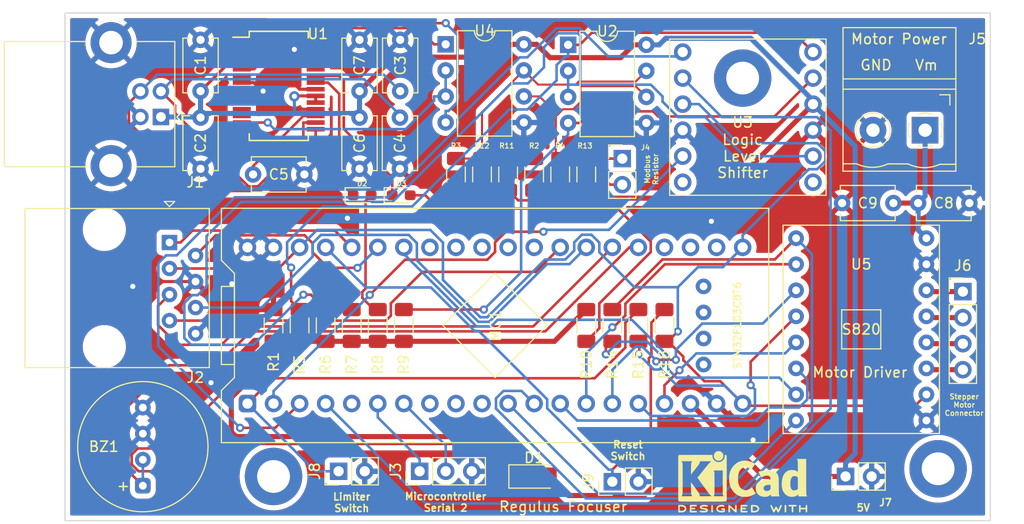
<source format=kicad_pcb>
(kicad_pcb (version 20211014) (generator pcbnew)
  (title_block (title "Regulus Electronic Focuser V1") (company "Radmilo Felix 2022"))
  (layers (0 "F.Cu" signal) (31 "B.Cu" signal) (34 "B.Paste" user) (35 "F.Paste" user) (36 "B.SilkS" user "B.Silkscreen") (37 "F.SilkS" user "F.Silkscreen") (38 "B.Mask" user) (39 "F.Mask" user) (44 "Edge.Cuts" user))
  (net 0 "")
  (net 1 "/Buzzer")
  (net 2 "GND")
  (net 3 "/5V")
  (net 4 "Net-(C3-Pad1)")
  (net 5 "Net-(C4-Pad1)")
  (net 6 "Net-(C5-Pad1)")
  (net 7 "Net-(D1-Pad1)")
  (net 8 "Net-(D2-Pad1)")
  (net 9 "Net-(D2-Pad2)")
  (net 10 "Net-(D3-Pad1)")
  (net 11 "Net-(D3-Pad2)")
  (net 12 "/MODBUS-")
  (net 13 "/MODBUS+")
  (net 14 "/SDA-2")
  (net 15 "/SCL-2")
  (net 16 "/3V3")
  (net 17 "/EncClk")
  (net 18 "/EncDt")
  (net 19 "/EncSw")
  (net 20 "/TX1")
  (net 21 "/RX1")
  (net 22 "Net-(J4-Pad2)")
  (net 23 "/LimiterSwitch")
  (net 24 "/Reset")
  (net 25 "/L485DE")
  (net 26 "/L485RO")
  (net 27 "/L485DI")
  (net 32 "/Direction")
  (net 33 "/Enable")
  (net 34 "/STDBY")
  (net 35 "/M1")
  (net 36 "/M2")
  (net 37 "/M3")
  (net 38 "/FLT")
  (net 47 "/Step")
  (net 52 "/485RO")
  (net 53 "/485DE")
  (net 54 "/485DI")
  (net 55 "Net-(U1-Pad1)")
  (net 58 "Net-(U1-Pad5)")
  (net 64 "Net-(U1-Pad13)")
  (net 70 "Net-(C8-Pad2)")
  (net 71 "Net-(J6-Pad1)")
  (net 72 "Net-(J6-Pad2)")
  (net 73 "Net-(J6-Pad3)")
  (net 74 "Net-(J6-Pad4)")
  (footprint "Resistor_SMD:R_1206_3216Metric_Pad1.30x1.75mm_HandSolder" (layer "F.Cu") (at 129.54 96.52 -90)
    (fp_text reference "R8")
    (fp_text value "270")
  )
  (footprint "Resistor_SMD:R_1206_3216Metric_Pad1.30x1.75mm_HandSolder" (layer "F.Cu") (at 127 96.52 90)
    (fp_text reference "R7")
    (fp_text value "10k")
  )
  (footprint "Capacitor_THT:C_Disc_D5.1mm_W3.2mm_P5.00mm" (layer "F.Cu") (at 131.699 76.24 -90)
    (fp_text reference "C4")
    (fp_text value "47p")
  )
  (footprint "MyCustom:STM32F103C8T6" (layer "F.Cu") (at 116.84 104.14 90)
    (fp_text reference "MC1")
    (fp_text value "STM32F103C8T6-board")
  )
  (footprint "Capacitor_THT:C_Disc_D5.1mm_W3.2mm_P5.00mm" (layer "F.Cu") (at 112.268 76.24 -90)
    (fp_text reference "C2")
    (fp_text value "4.7u")
  )
  (footprint "Capacitor_THT:C_Disc_D5.1mm_W3.2mm_P5.00mm" (layer "F.Cu") (at 131.7244 73.66 90)
    (fp_text reference "C3")
    (fp_text value "47p")
  )
  (footprint "Resistor_SMD:R_1206_3216Metric_Pad1.30x1.75mm_HandSolder" (layer "F.Cu") (at 124.46 96.52 90)
    (fp_text reference "R6")
    (fp_text value "10k")
  )
  (footprint "MyCustom:LogicLevelShifter_Bidirectional_4Signals" (layer "F.Cu") (at 159.258 69.85)
    (fp_text reference "U3")
    (fp_text value "LogicLevelShifter-Bidirectional-4Signals-board")
  )
  (footprint "Resistor_SMD:R_1206_3216Metric_Pad1.30x1.75mm_HandSolder" (layer "F.Cu") (at 152.4 96.52 90)
    (fp_text reference "R14")
    (fp_text value "5k")
  )
  (footprint "Resistor_SMD:R_1206_3216Metric_Pad1.30x1.75mm_HandSolder" (layer "F.Cu") (at 121.92 96.52 90)
    (fp_text reference "R5")
    (fp_text value "10k")
  )
  (footprint "LED_SMD:LED_0603_1608Metric_Pad1.05x0.95mm_HandSolder" (layer "F.Cu") (at 131.826 83.82)
    (fp_text reference "D3")
    (fp_text value "LED")
  )
  (footprint "LED_SMD:LED_1206_3216Metric_Pad1.42x1.75mm_HandSolder" (layer "F.Cu") (at 144.78 111.252)
    (fp_text reference "D1")
    (fp_text value "LED")
  )
  (footprint "Capacitor_THT:C_Disc_D5.1mm_W3.2mm_P5.00mm" (layer "F.Cu") (at 174.792 84.582)
    (fp_text reference "C9")
    (fp_text value "100n")
  )
  (footprint "Connector_USB:USB_B_Lumberg_2411_02_Horizontal" (layer "F.Cu") (at 108.4075 76.18 180)
    (fp_text reference "J1")
    (fp_text value "USB_A")
  )
  (footprint "MountingHole:MountingHole_3.2mm_M3_DIN965_Pad" (layer "F.Cu") (at 119.38 111.252)
    (fp_text reference "MH2")
    (fp_text value "MountingHole_3.2mm_M3_DIN965_Pad")
  )
  (footprint "Connector_PinHeader_2.54mm:PinHeader_1x02_P2.54mm_Vertical" (layer "F.Cu") (at 153.3691 80.2472)
    (fp_text reference "J4")
    (fp_text value "R-Connect")
  )
  (footprint "Connector_PinHeader_2.54mm:PinHeader_1x02_P2.54mm_Vertical" (layer "F.Cu") (at 125.725 110.744 90)
    (fp_text reference "J8")
    (fp_text value "LimiterSW")
  )
  (footprint "Resistor_SMD:R_1206_3216Metric_Pad1.30x1.75mm_HandSolder" (layer "F.Cu") (at 142.2437 81.788 90)
    (fp_text reference "R11")
    (fp_text value "120")
  )
  (footprint "Package_DIP:DIP-8_W7.62mm" (layer "F.Cu") (at 136.154 69.098)
    (fp_text reference "U4")
    (fp_text value "MAX485E")
  )
  (footprint "Resistor_SMD:R_1206_3216Metric_Pad1.30x1.75mm_HandSolder" (layer "F.Cu") (at 149.86 81.788 -90)
    (fp_text reference "R13")
    (fp_text value "270")
  )
  (footprint "Connector_PinHeader_2.54mm:PinHeader_1x02_P2.54mm_Vertical" (layer "F.Cu") (at 175.128 111.252 90)
    (fp_text reference "J7")
    (fp_text value "5V-Ext")
  )
  (footprint "MountingHole:MountingHole_3.2mm_M3_DIN965_Pad" (layer "F.Cu") (at 165.1 72.39)
    (fp_text reference "MH1")
    (fp_text value "MountingHole_3.2mm_M3_DIN965_Pad")
  )
  (footprint "Resistor_SMD:R_1206_3216Metric_Pad1.30x1.75mm_HandSolder" (layer "F.Cu") (at 137.16 81.788 -90)
    (fp_text reference "R3")
    (fp_text value "20k")
  )
  (footprint "Package_SO:SSOP-28_5.3x10.2mm_P0.65mm" (layer "F.Cu") (at 119.888 73.152)
    (fp_text reference "U1")
    (fp_text value "FT232RL")
  )
  (footprint "Connector_RJ:RJ45_Amphenol_54602-x08_Horizontal" (layer "F.Cu") (at 109.24 88.4275 -90)
    (fp_text reference "J2")
    (fp_text value "Display&Encoder")
  )
  (footprint "MyCustom:StepperMotorDriverSTSPIN820" (layer "F.Cu") (at 170.307 88.011)
    (fp_text reference "U5")
    (fp_text value "StepperMotorDriverSTSPIN820-board")
  )
  (footprint "MyCustom:TerminalBlock_PTR_AKZ950-2_P5.08mm_Vertical" (layer "F.Cu") (at 182.8801 77.47 180)
    (fp_text reference "J5")
    (fp_text value "MotorPower")
  )
  (footprint "Resistor_SMD:R_1206_3216Metric_Pad1.30x1.75mm_HandSolder" (layer "F.Cu") (at 157.48 96.52 90)
    (fp_text reference "R16")
    (fp_text value "5k")
  )
  (footprint "Resistor_SMD:R_1206_3216Metric_Pad1.30x1.75mm_HandSolder" (layer "F.Cu") (at 147.32 81.788 90)
    (fp_text reference "R4")
    (fp_text value "20k")
  )
  (footprint "Symbol:KiCad-Logo2_5mm_SilkScreen" (layer "F.Cu") (at 165.1 111.76)
    (fp_text reference "REF**" hide)
    (fp_text value "KiCad-Logo2_5mm_SilkScreen" hide)
  )
  (footprint "Resistor_SMD:R_1206_3216Metric_Pad1.30x1.75mm_HandSolder" (layer "F.Cu") (at 154.94 96.52 90)
    (fp_text reference "R15")
    (fp_text value "5k")
  )
  (footprint "Resistor_SMD:R_1206_3216Metric_Pad1.30x1.75mm_HandSolder" (layer "F.Cu") (at 132.08 96.52 90)
    (fp_text reference "R9")
    (fp_text value "10k")
  )
  (footprint "Capacitor_THT:C_Disc_D5.1mm_W3.2mm_P5.00mm" (layer "F.Cu") (at 117.388 81.788)
    (fp_text reference "C5")
    (fp_text value "100n")
  )
  (footprint "Capacitor_THT:C_Disc_D5.1mm_W3.2mm_P5.00mm" (layer "F.Cu") (at 112.268 73.66 90)
    (fp_text reference "C1")
    (fp_text value "100n")
  )
  (footprint "Capacitor_THT:C_Disc_D5.1mm_W3.2mm_P5.00mm" (layer "F.Cu") (at 127.762 73.66 90)
    (fp_text reference "C7")
    (fp_text value "10u")
  )
  (footprint "MountingHole:MountingHole_3.2mm_M3_DIN965_Pad" (layer "F.Cu") (at 184.15 110.5)
    (fp_text reference "MH3")
    (fp_text value "MountingHole_3.2mm_M3_DIN965_Pad")
  )
  (footprint "Resistor_SMD:R_1206_3216Metric_Pad1.30x1.75mm_HandSolder" (layer "F.Cu") (at 139.7 81.788 -90)
    (fp_text reference "R12")
    (fp_text value "270")
  )
  (footprint "Package_DIP:DIP-8_W7.62mm" (layer "F.Cu") (at 148.092 69.146)
    (fp_text reference "U2")
    (fp_text value "MAX485E")
  )
  (footprint "Resistor_SMD:R_1206_3216Metric_Pad1.30x1.75mm_HandSolder" (layer "F.Cu") (at 144.78 81.788 -90)
    (fp_text reference "R2")
    (fp_text value "120")
  )
  (footprint "Resistor_SMD:R_1206_3216Metric_Pad1.30x1.75mm_HandSolder" (layer "F.Cu") (at 149.86 96.52 90)
    (fp_text reference "R10")
    (fp_text value "270")
  )
  (footprint "Capacitor_THT:C_Disc_D5.1mm_W3.2mm_P5.00mm" (layer "F.Cu") (at 127.762 76.24 -90)
    (fp_text reference "C6")
    (fp_text value "100n")
  )
  (footprint "Resistor_SMD:R_1206_3216Metric_Pad1.30x1.75mm_HandSolder" (layer "F.Cu") (at 119.38 96.52 90)
    (fp_text reference "R1")
    (fp_text value "1k")
  )
  (footprint "Capacitor_THT:C_Disc_D5.1mm_W3.2mm_P5.00mm" (layer "F.Cu") (at 187.198 84.582 180)
    (fp_text reference "C8")
    (fp_text value "10u")
  )
  (footprint "Connector_PinHeader_2.54mm:PinHeader_1x02_P2.54mm_Vertical" (layer "F.Cu") (at 152.4 111.76 90)
    (fp_text reference "J9")
    (fp_text value "ResetSW")
  )
  (footprint "LED_SMD:LED_0603_1608Metric_Pad1.05x0.95mm_HandSolder" (layer "F.Cu") (at 128.016 83.82)
    (fp_text reference "D2")
    (fp_text value "LED")
  )
  (footprint "Connector_PinHeader_2.54mm:PinHeader_1x03_P2.54mm_Vertical" (layer "F.Cu") (at 133.619 110.744 90)
    (fp_text reference "J3")
    (fp_text value "Serial1")
  )
  (footprint "MyCustom:Buzzer-HSD-4pin" (layer "F.Cu") (at 106.6442 108.3441 180)
    (fp_text reference "BZ1")
    (fp_text value "Buzzer")
  )
  (footprint "Connector_PinHeader_2.54mm:PinHeader_1x04_P2.54mm_Vertical" (layer "F.Cu") (at 186.563 93.218)
    (fp_text reference "J6")
    (fp_text value "MotorConnector")
  )
  (gr_rect (start 99.06 66.04) (end 189.23 115.57) (layer "Edge.Cuts") (width 0.1) (fill none))
  (gr_text "Modbus\nResistor" (at 156.21 81.28 90) (layer "F.SilkS") (effects (font (size 0.5 0.5) (thickness 0.1))))
  (gr_text "GND   Vm" (at 180.340126 71.119982) (layer "F.SilkS") (effects (font (size 1 1))))
  (gr_text "Logic\nLevel\nShifter" (at 165.1 80.01) (layer "F.SilkS") (effects (font (size 1 1))))
  (gr_text "Motor Power" (at 180.340126 68.579982) (layer "F.SilkS") (effects (font (size 1 1))))
  (gr_text "Stepper\nMotor\nConnector" (at 186.69 104.267) (layer "F.SilkS") (effects (font (size 0.5 0.5) (thickness 0.1))))
  (gr_text "Regulus Focuser" (at 147.605941 114.202362) (layer "F.SilkS") (effects (font (size 1 1))))
  (gr_text "Limiter\nSwitch" (at 127 113.792) (layer "F.SilkS") (effects (font (size 0.7 0.7))))
  (gr_text "Reset\nSwitch" (at 153.924 108.712) (layer "F.SilkS") (effects (font (size 0.7 0.7))))
  (gr_text "Motor Driver" (at 176.53 101.092) (layer "F.SilkS") (effects (font (size 1 1))))
  (gr_text "5V" (at 176.856569 114.3) (layer "F.SilkS") (effects (font (size 0.7 0.7))))
  (gr_text "Microcontroller\nSerial 2" (at 136.154916 113.760779) (layer "F.SilkS") (effects (font (size 0.7 0.7))))
  (segment (start 105.0736 104.5312) (end 109.2032 100.4016) (width 0.25) (layer "F.Cu") (net 1))
  (segment (start 154.0623 88.9) (end 154.94 88.9) (width 0.25) (layer "F.Cu") (net 1))
  (segment (start 117.1612 97.0937) (end 145.8686 97.0937) (width 0.25) (layer "F.Cu") (net 1))
  (segment (start 105.0736 110.5835) (end 105.0736 104.5312) (width 0.25) (layer "F.Cu") (net 1))
  (segment (start 113.8533 100.4016) (end 117.1612 97.0937) (width 0.25) (layer "F.Cu") (net 1))
  (segment (start 106.6442 112.1541) (end 105.0736 110.5835) (width 0.25) (layer "F.Cu") (net 1))
  (segment (start 145.8686 97.0937) (end 154.0623 88.9) (width 0.25) (layer "F.Cu") (net 1))
  (segment (start 109.2032 100.4016) (end 113.8533 100.4016) (width 0.25) (layer "F.Cu") (net 1))
  (segment (start 106.6442 112.1541) (end 106.6442 109.6141) (width 0.25) (layer "B.Cu") (net 1))
  (segment (start 120.037022 75.427) (end 118.317011 73.706989) (width 0.3) (layer "F.Cu") (net 2))
  (segment (start 123.488 70.877) (end 123.488 70.227) (width 0.3) (layer "F.Cu") (net 2))
  (segment (start 106.1365 92.2375) (end 105.664 92.71) (width 0.3) (layer "F.Cu") (net 2))
  (segment (start 118.317011 73.706989) (end 117.437022 72.827) (width 0.3) (layer "F.Cu") (net 2))
  (segment (start 121.922391 73.477) (end 121.597391 73.152) (width 0.3) (layer "F.Cu") (net 2))
  (segment (start 121.597391 73.152) (end 118.872 73.152) (width 0.3) (layer "F.Cu") (net 2))
  (segment (start 121.147 70.877) (end 118.872 73.152) (width 0.3) (layer "F.Cu") (net 2))
  (segment (start 118.364 73.66) (end 118.317011 73.706989) (width 0.3) (layer "F.Cu") (net 2))
  (segment (start 118.872 73.152) (end 118.364 73.66) (width 0.3) (layer "F.Cu") (net 2))
  (segment (start 111.78 92.2375) (end 106.1365 92.2375) (width 0.3) (layer "F.Cu") (net 2))
  (segment (start 123.488 70.877) (end 121.147 70.877) (width 0.3) (layer "F.Cu") (net 2))
  (segment (start 123.488 73.477) (end 121.922391 73.477) (width 0.3) (layer "F.Cu") (net 2))
  (segment (start 117.437022 72.827) (end 116.288 72.827) (width 0.3) (layer "F.Cu") (net 2))
  (segment (start 123.488 75.427) (end 120.037022 75.427) (width 0.3) (layer "F.Cu") (net 2))
  (via (at 126.579744 86.057901) (size 1) (drill 0.5) (layers "F.Cu" "B.Cu") (net 2))
  (via (at 105.664 92.71) (size 1) (drill 0.5) (layers "F.Cu" "B.Cu") (net 2))
  (via (at 166.116 107.696) (size 1) (drill 0.5) (layers "F.Cu" "B.Cu") (net 2))
  (via (at 118.364 73.66) (size 1) (drill 0.5) (layers "F.Cu" "B.Cu") (net 2))
  (via (at 115.316 92.456) (size 1) (drill 0.5) (layers "F.Cu" "B.Cu") (net 2))
  (via (at 121.407376 69.594434) (size 1) (drill 0.5) (layers "F.Cu" "B.Cu") (net 2))
  (via (at 113.284 102.108) (size 1) (drill 0.5) (layers "F.Cu" "B.Cu") (net 2))
  (via (at 162.052 86.36) (size 1) (drill 0.5) (layers "F.Cu" "B.Cu") (net 2))
  (segment (start 123.488 74.127) (end 121.453 74.127) (width 0.3) (layer "F.Cu") (net 3))
  (segment (start 115.2665 106.8988) (end 115.728 107.3603) (width 0.5) (layer "F.Cu") (net 3))
  (segment (start 115.2665 103.5582) (end 115.2665 106.8988) (width 0.5) (layer "F.Cu") (net 3))
  (segment (start 175.128 111.252) (end 167.132 111.252) (width 0.5) (layer "F.Cu") (net 3))
  (segment (start 127.762 73.66) (end 131.0735 70.3485) (width 0.5) (layer "F.Cu") (net 3))
  (segment (start 153.2113 70.3964) (end 146.3227 70.3964) (width 0.5) (layer "F.Cu") (net 3))
  (segment (start 147.32 83.338) (end 149.86 83.338) (width 0.5) (layer "F.Cu") (net 3))
  (segment (start 115.051 70.877) (end 112.268 73.66) (width 0.3) (layer "F.Cu") (net 3))
  (segment (start 121.412 74.168) (end 121.453 74.127) (width 0.3) (layer "F.Cu") (net 3))
  (segment (start 132.08 98.07) (end 129.54 98.07) (width 0.5) (layer "F.Cu") (net 3))
  (segment (start 146.76 98.07) (end 132.08 98.07) (width 0.5) (layer "F.Cu") (net 3))
  (segment (start 162.787 84.101) (end 171.958 74.93) (width 0.5) (layer "F.Cu") (net 3))
  (segment (start 155.5001 113.1095) (end 162.2448 106.3648) (width 0.5) (layer "F.Cu") (net 3))
  (segment (start 143.774 69.098) (end 142.5237 69.098) (width 0.5) (layer "F.Cu") (net 3))
  (segment (start 155.712 69.146) (end 154.4617 69.146) (width 0.5) (layer "F.Cu") (net 3))
  (segment (start 116.288 70.877) (end 115.051 70.877) (width 0.3) (layer "F.Cu") (net 3))
  (segment (start 120.65 99.34) (end 119.4847 99.34) (width 0.5) (layer "F.Cu") (net 3))
  (segment (start 149.86 94.97) (end 146.76 98.07) (width 0.5) (layer "F.Cu") (net 3))
  (segment (start 162.2448 106.3648) (end 160.02 104.14) (width 0.5) (layer "F.Cu") (net 3))
  (segment (start 124.46 98.07) (end 127 98.07) (width 0.5) (layer "F.Cu") (net 3))
  (segment (start 146.2675 111.252) (end 148.125 113.1095) (width 0.5) (layer "F.Cu") (net 3))
  (segment (start 143.774 69.098) (end 145.0243 69.098) (width 0.5) (layer "F.Cu") (net 3))
  (segment (start 149.86 83.338) (end 150.623 84.101) (width 0.5) (layer "F.Cu") (net 3))
  (segment (start 154.4617 69.146) (end 153.2113 70.3964) (width 0.5) (layer "F.Cu") (net 3))
  (segment (start 167.132 111.252) (end 162.2448 106.3648) (width 0.5) (layer "F.Cu") (net 3))
  (segment (start 150.623 84.101) (end 162.787 84.101) (width 0.5) (layer "F.Cu") (net 3))
  (segment (start 146.3227 70.3964) (end 145.0243 69.098) (width 0.5) (layer "F.Cu") (net 3))
  (segment (start 115.728 107.3603) (end 142.3758 107.3603) (width 0.5) (layer "F.Cu") (net 3))
  (segment (start 123.488 74.777) (end 123.488 74.127) (width 0.3) (layer "F.Cu") (net 3))
  (segment (start 121.92 98.07) (end 124.46 98.07) (width 0.5) (layer "F.Cu") (net 3))
  (segment (start 148.125 113.1095) (end 155.5001 113.1095) (width 0.5) (layer "F.Cu") (net 3))
  (segment (start 131.0735 70.3485) (end 141.2732 70.3485) (width 0.5) (layer "F.Cu") (net 3))
  (segment (start 119.4847 99.34) (end 115.2665 103.5582) (width 0.5) (layer "F.Cu") (net 3))
  (segment (start 141.2732 70.3485) (end 142.5237 69.098) (width 0.5) (layer "F.Cu") (net 3))
  (segment (start 121.92 98.07) (end 120.65 99.34) (width 0.5) (layer "F.Cu") (net 3))
  (segment (start 142.3758 107.3603) (end 146.2675 111.252) (width 0.5) (layer "F.Cu") (net 3))
  (segment (start 127 98.07) (end 129.54 98.07) (width 0.5) (layer "F.Cu") (net 3))
  (via (at 121.412 74.168) (size 1) (drill 0.5) (layers "F.Cu" "B.Cu") (net 3))
  (segment (start 112.268 76.18) (end 112.268 76.24) (width 0.5) (layer "B.Cu") (net 3))
  (segment (start 176.0598 109.0199) (end 176.0598 79.0318) (width 0.5) (layer "B.Cu") (net 3))
  (segment (start 121.412 74.168) (end 121.412 75.692) (width 0.3) (layer "B.Cu") (net 3))
  (segment (start 112.268 75.8407) (end 112.268 76.18) (width 0.5) (layer "B.Cu") (net 3))
  (segment (start 165.8859 68.5036) (end 157.6047 68.5036) (width 0.5) (layer "B.Cu") (net 3))
  (segment (start 121.412 75.692) (end 121.5607 75.8407) (width 0.3) (layer "B.Cu") (net 3))
  (segment (start 157.6047 68.5036) (end 156.9623 69.146) (width 0.5) (layer "B.Cu") (net 3))
  (segment (start 171.958 74.93) (end 171.958 74.5757) (width 0.5) (layer "B.Cu") (net 3))
  (segment (start 175.128 111.252) (end 175.128 109.9517) (width 0.5) (layer "B.Cu") (net 3))
  (segment (start 127.762 76.24) (end 127.3627 75.8407) (width 0.5) (layer "B.Cu") (net 3))
  (segment (start 176.0598 79.0318) (end 171.958 74.93) (width 0.5) (layer "B.Cu") (net 3))
  (segment (start 127.762 73.66) (end 127.762 76.24) (width 0.5) (layer "B.Cu") (net 3))
  (segment (start 155.712 69.146) (end 156.9623 69.146) (width 0.5) (layer "B.Cu") (net 3))
  (segment (start 171.958 74.5757) (end 165.8859 68.5036) (width 0.5) (layer "B.Cu") (net 3))
  (segment (start 112.268 73.66) (end 112.268 75.8407) (width 0.5) (layer "B.Cu") (net 3))
  (segment (start 108.4075 76.18) (end 112.268 76.18) (width 0.5) (layer "B.Cu") (net 3))
  (segment (start 175.128 109.9517) (end 176.0598 109.0199) (width 0.5) (layer "B.Cu") (net 3))
  (segment (start 127.3627 75.8407) (end 121.5607 75.8407) (width 0.5) (layer "B.Cu") (net 3))
  (segment (start 121.5607 75.8407) (end 112.268 75.8407) (width 0.5) (layer "B.Cu") (net 3))
  (segment (start 118.103 83.4051) (end 111.9641 83.4051) (width 0.25) (layer "F.Cu") (net 4))
  (segment (start 111.9641 83.4051) (end 105.2799 76.7209) (width 0.25) (layer "F.Cu") (net 4))
  (segment (start 123.488 77.377) (end 123.488 78.0201) (width 0.25) (layer "F.Cu") (net 4))
  (segment (start 123.488 78.0201) (end 118.103 83.4051) (width 0.25) (layer "F.Cu") (net 4))
  (segment (start 105.2799 76.7209) (end 105.2799 74.8076) (width 0.25) (layer "F.Cu") (net 4))
  (segment (start 105.2799 74.8076) (end 106.4075 73.68) (width 0.25) (layer "F.Cu") (net 4))
  (segment (start 130.1127 72.0483) (end 108.0392 72.0483) (width 0.25) (layer "B.Cu") (net 4))
  (segment (start 131.7244 73.66) (end 130.1127 72.0483) (width 0.25) (layer "B.Cu") (net 4))
  (segment (start 108.0392 72.0483) (end 106.4075 73.68) (width 0.25) (layer "B.Cu") (net 4))
  (segment (start 122.2877 76.727) (end 122.2877 78.5311) (width 0.25) (layer "F.Cu") (net 5))
  (segment (start 109.7821 75.0546) (end 108.4075 73.68) (width 0.25) (layer "F.Cu") (net 5))
  (segment (start 109.7821 75.8038) (end 109.7821 75.0546) (width 0.25) (layer "F.Cu") (net 5))
  (segment (start 116.9299 82.9516) (end 109.7821 75.8038) (width 0.25) (layer "F.Cu") (net 5))
  (segment (start 122.2877 78.5311) (end 117.8672 82.9516) (width 0.25) (layer "F.Cu") (net 5))
  (segment (start 117.8672 82.9516) (end 116.9299 82.9516) (width 0.25) (layer "F.Cu") (net 5))
  (segment (start 123.488 76.727) (end 122.2877 76.727) (width 0.25) (layer "F.Cu") (net 5))
  (segment (start 131.699 75.9946) (end 131.699 76.24) (width 0.25) (layer "B.Cu") (net 5))
  (segment (start 108.4075 73.68) (end 109.5889 72.4986) (width 0.25) (layer "B.Cu") (net 5))
  (segment (start 109.5889 72.4986) (end 128.203 72.4986) (width 0.25) (layer "B.Cu") (net 5))
  (segment (start 128.203 72.4986) (end 131.699 75.9946) (width 0.25) (layer "B.Cu") (net 5))
  (segment (start 123.488 76.077) (end 122.2877 76.077) (width 0.25) (layer "F.Cu") (net 6))
  (segment (start 117.388 81.788) (end 117.388 80.9767) (width 0.25) (layer "F.Cu") (net 6))
  (segment (start 117.388 80.9767) (end 122.2877 76.077) (width 0.25) (layer "F.Cu") (net 6))
  (segment (start 106.2288 110.7402) (end 114.9908 110.7402) (width 0.25) (layer "F.Cu") (net 7))
  (segment (start 105.5565 109.1114) (end 105.5565 110.0679) (width 0.25) (layer "F.Cu") (net 7))
  (segment (start 106.1453 108.5226) (end 105.5565 109.1114) (width 0.25) (layer "F.Cu") (net 7))
  (segment (start 140.1176 108.0771) (end 143.2925 111.252) (width 0.25) (layer "F.Cu") (net 7))
  (segment (start 108.9274 108.5226) (end 106.1453 108.5226) (width 0.25) (layer "F.Cu") (net 7))
  (segment (start 105.5565 110.0679) (end 106.2288 110.7402) (width 0.25) (layer "F.Cu") (net 7))
  (segment (start 117.6539 108.0771) (end 140.1176 108.0771) (width 0.25) (layer "F.Cu") (net 7))
  (segment (start 119.38 98.07) (end 108.9274 108.5226) (width 0.25) (layer "F.Cu") (net 7))
  (segment (start 114.9908 110.7402) (end 117.6539 108.0771) (width 0.25) (layer "F.Cu") (net 7))
  (segment (start 123.488 72.827) (end 124.6883 72.827) (width 0.25) (layer "F.Cu") (net 8))
  (segment (start 125.78338 73.92208) (end 125.78338 82.46238) (width 0.25) (layer "F.Cu") (net 8))
  (segment (start 125.78338 82.46238) (end 127.141 83.82) (width 0.25) (layer "F.Cu") (net 8))
  (segment (start 124.6883 72.827) (end 125.78338 73.92208) (width 0.25) (layer "F.Cu") (net 8))
  (segment (start 128.0378 93.8393) (end 129.1685 94.97) (width 0.25) (layer "F.Cu") (net 9))
  (segment (start 129.1685 94.97) (end 129.54 94.97) (width 0.25) (layer "F.Cu") (net 9))
  (segment (start 128.891 83.82) (end 128.3476 84.3634) (width 0.25) (layer "F.Cu") (net 9))
  (segment (start 128.0378 93.2385) (end 128.0378 93.8393) (width 0.25) (layer "F.Cu") (net 9))
  (segment (start 128.3476 84.3634) (end 128.3476 92.9287) (width 0.25) (layer "F.Cu") (net 9))
  (segment (start 128.3476 92.9287) (end 128.0378 93.2385) (width 0.25) (layer "F.Cu") (net 9))
  (segment (start 126.2329 77.3654) (end 130.951 82.0835) (width 0.25) (layer "F.Cu") (net 10))
  (segment (start 125.7659 72.177) (end 126.2329 72.644) (width 0.25) (layer "F.Cu") (net 10))
  (segment (start 130.951 82.0835) (end 130.951 83.82) (width 0.25) (layer "F.Cu") (net 10))
  (segment (start 123.488 72.177) (end 125.7659 72.177) (width 0.25) (layer "F.Cu") (net 10))
  (segment (start 126.2329 72.644) (end 126.2329 77.3654) (width 0.25) (layer "F.Cu") (net 10))
  (segment (start 149.86 98.07) (end 151.13 96.8) (width 0.25) (layer "F.Cu") (net 11))
  (segment (start 156.1412 88.3417) (end 152.9092 85.1097) (width 0.25) (layer "F.Cu") (net 11))
  (segment (start 134.1748 83.82) (end 132.701 83.82) (width 0.25) (layer "F.Cu") (net 11))
  (segment (start 151.13 94.3724) (end 156.1412 89.3612) (width 0.25) (layer "F.Cu") (net 11))
  (segment (start 151.13 96.8) (end 151.13 94.3724) (width 0.25) (layer "F.Cu") (net 11))
  (segment (start 152.9092 85.1097) (end 135.4645 85.1097) (width 0.25) (layer "F.Cu") (net 11))
  (segment (start 135.4645 85.1097) (end 134.1748 83.82) (width 0.25) (layer "F.Cu") (net 11))
  (segment (start 156.1412 89.3612) (end 156.1412 88.3417) (width 0.25) (layer "F.Cu") (net 11))
  (segment (start 154.667 72.731) (end 149.128 72.731) (width 0.2) (layer "F.Cu") (net 12))
  (segment (start 149.128 72.731) (end 148.832 73.0265) (width 0.2) (layer "F.Cu") (net 12))
  (segment (start 137.16 80.238) (end 139.7 80.238) (width 0.2) (layer "F.Cu") (net 12))
  (segment (start 148.832 73.0265) (end 145.162 73.0265) (width 0.2) (layer "F.Cu") (net 12))
  (segment (start 142.2437 80.238) (end 144.78 80.238) (width 0.2) (layer "F.Cu") (net 12))
  (segment (start 139.7 75.712) (end 139.7 80.238) (width 0.2) (layer "F.Cu") (net 12))
  (segment (start 155.712 71.686) (end 154.667 72.731) (width 0.2) (layer "F.Cu") (net 12))
  (segment (start 143.774 71.638) (end 139.7 75.712) (width 0.2) (layer "F.Cu") (net 12))
  (segment (start 145.162 73.0265) (end 143.774 71.638) (width 0.2) (layer "F.Cu") (net 12))
  (segment (start 139.7 80.238) (end 142.2437 80.238) (width 0.2) (layer "F.Cu") (net 12))
  (segment (start 147.32 80.238) (end 147.32 80.798) (width 0.2) (layer "F.Cu") (net 13))
  (segment (start 147.07 75.9503) (end 146.892 76.1282) (width 0.2) (layer "F.Cu") (net 13))
  (segment (start 152.1846 80.238) (end 152.1938 80.2472) (width 0.25) (layer "F.Cu") (net 13))
  (segment (start 149.314 73.181) (end 149.292 73.2035) (width 0.2) (layer "F.Cu") (net 13))
  (segment (start 149.292 74.7229) (end 148.589 75.4255) (width 0.2) (layer "F.Cu") (net 13))
  (segment (start 145.298 74.178) (end 147.07 75.9503) (width 0.2) (layer "F.Cu") (net 13))
  (segment (start 148.589 75.4255) (end 147.595 75.4255) (width 0.2) (layer "F.Cu") (net 13))
  (segment (start 147.32 80.798) (end 144.78 83.338) (width 0.2) (layer "F.Cu") (net 13))
  (segment (start 147.32 80.238) (end 149.86 80.238) (width 0.2) (layer "F.Cu") (net 13))
  (segment (start 146.892 79.8105) (end 147.32 80.238) (width 0.2) (layer "F.Cu") (net 13))
  (segment (start 146.892 76.1282) (end 146.892 79.8105) (width 0.2) (layer "F.Cu") (net 13))
  (segment (start 149.292 73.2035) (end 149.292 74.7229) (width 0.2) (layer "F.Cu") (net 13))
  (segment (start 153.3691 80.2472) (end 152.1938 80.2472) (width 0.25) (layer "F.Cu") (net 13))
  (segment (start 155.712 74.226) (end 154.667 73.181) (width 0.2) (layer "F.Cu") (net 13))
  (segment (start 143.774 74.178) (end 145.298 74.178) (width 0.2) (layer "F.Cu") (net 13))
  (segment (start 147.595 75.4255) (end 147.07 75.9503) (width 0.2) (layer "F.Cu") (net 13))
  (segment (start 149.86 80.238) (end 152.1846 80.238) (width 0.25) (layer "F.Cu") (net 13))
  (segment (start 154.667 73.181) (end 149.314 73.181) (width 0.2) (layer "F.Cu") (net 13))
  (segment (start 110.3153 88.4275) (end 111.4766 87.2662) (width 0.25) (layer "F.Cu") (net 14))
  (segment (start 125.3662 87.2662) (end 127 88.9) (width 0.25) (layer "F.Cu") (net 14))
  (segment (start 109.24 88.4275) (end 110.3153 88.4275) (width 0.25) (layer "F.Cu") (net 14))
  (segment (start 111.4766 87.2662) (end 125.3662 87.2662) (width 0.25) (layer "F.Cu") (net 14))
  (segment (start 111.78 89.6975) (end 113.7529 87.7246) (width 0.25) (layer "F.Cu") (net 15))
  (segment (start 122.4089 87.7246) (end 123.19 88.5057) (width 0.25) (layer "F.Cu") (net 15))
  (segment (start 124.6994 90.8981) (end 127.5633 90.8981) (width 0.25) (layer "F.Cu") (net 15))
  (segment (start 113.7529 87.7246) (end 122.4089 87.7246) (width 0.25) (layer "F.Cu") (net 15))
  (segment (start 123.19 89.3887) (end 124.6994 90.8981) (width 0.25) (layer "F.Cu") (net 15))
  (segment (start 123.19 88.5057) (end 123.19 89.3887) (width 0.25) (layer "F.Cu") (net 15))
  (via (at 127.5633 90.8981) (size 0.8) (drill 0.4) (layers "F.Cu" "B.Cu") (net 15))
  (segment (start 129.54 88.9214) (end 129.54 88.9) (width 0.25) (layer "B.Cu") (net 15))
  (segment (start 127.5633 90.8981) (end 129.54 88.9214) (width 0.25) (layer "B.Cu") (net 15))
  (segment (start 165.1 104.14) (end 162.921 101.961) (width 0.25) (layer "F.Cu") (net 16))
  (segment (start 109.24 90.9675) (end 119.8525 90.9675) (width 0.25) (layer "F.Cu") (net 16))
  (segment (start 159.3182 99.5713) (end 157.8169 98.07) (width 0.25) (layer "F.Cu") (net 16))
  (segment (start 159.3182 99.9082) (end 159.3182 99.5713) (width 0.25) (layer "F.Cu") (net 16))
  (segment (start 183.007 103.251) (end 181.9037 104.3543) (width 0.25) (layer "F.Cu") (net 16))
  (segment (start 151.7668 98.7032) (end 151.7668 99.3369) (width 0.25) (layer "F.Cu") (net 16))
  (segment (start 154.94 98.07) (end 155.0269 98.1569) (width 0.25) (layer "F.Cu") (net 16))
  (segment (start 162.921 101.961) (end 161.371 101.961) (width 0.25) (layer "F.Cu") (net 16))
  (segment (start 119.8525 90.9675) (end 121.92 88.9) (width 0.25) (layer "F.Cu") (net 16))
  (segment (start 161.371 101.961) (end 159.3182 99.9082) (width 0.25) (layer "F.Cu") (net 16))
  (segment (start 152.4 98.07) (end 151.7668 98.7032) (width 0.25) (layer "F.Cu") (net 16))
  (segment (start 157.8169 98.07) (end 157.48 98.07) (width 0.25) (layer "F.Cu") (net 16))
  (segment (start 158.7818 97.1051) (end 157.8169 98.07) (width 0.25) (layer "F.Cu") (net 16))
  (segment (start 155.0269 98.1569) (end 155.0269 99.3279) (width 0.25) (layer "F.Cu") (net 16))
  (segment (start 181.9037 104.3543) (end 165.3143 104.3543) (width 0.25) (layer "F.Cu") (net 16))
  (segment (start 165.3143 104.3543) (end 165.1 104.14) (width 0.25) (layer "F.Cu") (net 16))
  (via (at 151.7668 99.3369) (size 0.8) (drill 0.4) (layers "F.Cu" "B.Cu") (net 16))
  (via (at 155.0269 99.3279) (size 0.8) (drill 0.4) (layers "F.Cu" "B.Cu") (net 16))
  (via (at 158.7818 97.1051) (size 0.8) (drill 0.4) (layers "F.Cu" "B.Cu") (net 16))
  (segment (start 155.8014 98.1063) (end 152.9974 98.1063) (width 0.25) (layer "B.Cu") (net 16))
  (segment (start 157.4034 99.7083) (end 155.8014 98.1063) (width 0.25) (layer "B.Cu") (net 16))
  (segment (start 151.13 89.3779) (end 151.13 88.439) (width 0.25) (layer "B.Cu") (net 16))
  (segment (start 172.3597 81.28) (end 171.5396 81.28) (width 0.25) (layer "B.Cu") (net 16))
  (segment (start 150.3606 87.6696) (end 149.4282 87.6696) (width 0.25) (layer "B.Cu") (net 16))
  (segment (start 154.5427 92.7906) (end 151.13 89.3779) (width 0.25) (layer "B.Cu") (net 16))
  (segment (start 160.8313 74.93) (end 164.6413 78.74) (width 0.25) (layer "B.Cu") (net 16))
  (segment (start 135.89 88.4338) (end 134.6616 87.2054) (width 0.25) (layer "B.Cu") (net 16))
  (segment (start 157.0556 100.7326) (end 158.7133 102.3904) (width 0.25) (layer "B.Cu") (net 16))
  (segment (start 156.9685 100.8197) (end 157.0556 100.7326) (width 0.25) (layer "B.Cu") (net 16))
  (segment (start 134.6616 87.2054) (end 123.6146 87.2054) (width 0.25) (layer "B.Cu") (net 16))
  (segment (start 163.164 90.836) (end 160.7364 90.836) (width 0.25) (layer "B.Cu") (net 16))
  (segment (start 173.1663 80.4734) (end 172.3597 81.28) (width 0.25) (layer "B.Cu") (net 16))
  (segment (start 159.258 74.93) (end 160.8313 74.93) (width 0.25) (layer "B.Cu") (net 16))
  (segment (start 165.1 88.9) (end 163.164 90.836) (width 0.25) (layer "B.Cu") (net 16))
  (segment (start 155.0269 99.3998) (end 156.4468 100.8197) (width 0.25) (layer "B.Cu") (net 16))
  (segment (start 140.2082 95.7148) (end 139.5317 95.7148) (width 0.25) (layer "B.Cu") (net 16))
  (segment (start 123.6146 87.2054) (end 121.92 88.9) (width 0.25) (layer "B.Cu") (net 16))
  (segment (start 156.4468 100.8197) (end 156.9685 100.8197) (width 0.25) (layer "B.Cu") (net 16))
  (segment (start 148.6846 88.4132) (end 148.6846 89.2164) (width 0.25) (layer "B.Cu") (net 16))
  (segment (start 163.3504 102.3904) (end 165.1 104.14) (width 0.25) (layer "B.Cu") (net 16))
  (segment (start 164.6413 78.74) (end 172.3787 78.74) (width 0.25) (layer "B.Cu") (net 16))
  (segment (start 155.0269 99.3279) (end 155.0269 99.3998) (width 0.25) (layer "B.Cu") (net 16))
  (segment (start 158.7818 92.7906) (end 158.7818 97.1051) (width 0.25) (layer "B.Cu") (net 16))
  (segment (start 165.1 87.7196) (end 165.1 88.9) (width 0.25) (layer "B.Cu") (net 16))
  (segment (start 172.3787 78.74) (end 173.1663 79.5276) (width 0.25) (layer "B.Cu") (net 16))
  (segment (start 160.7364 90.836) (end 158.7818 92.7906) (width 0.25) (layer "B.Cu") (net 16))
  (segment (start 147.8128 90.0882) (end 145.8348 90.0882) (width 0.25) (layer "B.Cu") (net 16))
  (segment (start 151.13 88.439) (end 150.3606 87.6696) (width 0.25) (layer "B.Cu") (net 16))
  (segment (start 152.9974 98.1063) (end 151.7668 99.3369) (width 0.25) (layer "B.Cu") (net 16))
  (segment (start 157.4034 100.3848) (end 157.4034 99.7083) (width 0.25) (layer "B.Cu") (net 16))
  (segment (start 171.5396 81.28) (end 165.1 87.7196) (width 0.25) (layer "B.Cu") (net 16))
  (segment (start 157.0556 100.7326) (end 157.4034 100.3848) (width 0.25) (layer "B.Cu") (net 16))
  (segment (start 173.1663 79.5276) (end 173.1663 80.4734) (width 0.25) (layer "B.Cu") (net 16))
  (segment (start 149.4282 87.6696) (end 148.6846 88.4132) (width 0.25) (layer "B.Cu") (net 16))
  (segment (start 139.5317 95.7148) (end 135.89 92.0731) (width 0.25) (layer "B.Cu") (net 16))
  (segment (start 158.7133 102.3904) (end 163.3504 102.3904) (width 0.25) (layer "B.Cu") (net 16))
  (segment (start 158.7818 92.7906) (end 154.5427 92.7906) (width 0.25) (layer "B.Cu") (net 16))
  (segment (start 148.6846 89.2164) (end 147.8128 90.0882) (width 0.25) (layer "B.Cu") (net 16))
  (segment (start 135.89 92.0731) (end 135.89 88.4338) (width 0.25) (layer "B.Cu") (net 16))
  (segment (start 145.8348 90.0882) (end 140.2082 95.7148) (width 0.25) (layer "B.Cu") (net 16))
  (segment (start 144.6845 96.6155) (end 152.4 88.9) (width 0.25) (layer "F.Cu") (net 17))
  (segment (start 116.098 96.6155) (end 144.6845 96.6155) (width 0.25) (layer "F.Cu") (net 17))
  (segment (start 114.3082 98.4053) (end 116.098 96.6155) (width 0.25) (layer "F.Cu") (net 17))
  (segment (start 109.24 93.5075) (end 108.1231 94.6244) (width 0.25) (layer "F.Cu") (net 17))
  (segment (start 108.1231 94.6244) (end 108.1231 96.4762) (width 0.25) (layer "F.Cu") (net 17))
  (segment (start 108.1231 96.4762) (end 110.0522 98.4053) (width 0.25) (layer "F.Cu") (net 17))
  (segment (start 110.0522 98.4053) (end 114.3082 98.4053) (width 0.25) (layer "F.Cu") (net 17))
  (segment (start 111.78 94.7775) (end 118.2216 94.7775) (width 0.25) (layer "B.Cu") (net 18))
  (segment (start 133.35 90.17) (end 139.3451 96.1651) (width 0.25) (layer "B.Cu") (net 18))
  (segment (start 139.3451 96.1651) (end 140.3948 96.1651) (width 0.25) (layer "B.Cu") (net 18))
  (segment (start 123.19 88.4979) (end 124.0031 87.6848) (width 0.25) (layer "B.Cu") (net 18))
  (segment (start 133.35 88.4838) (end 133.35 90.17) (width 0.25) (layer "B.Cu") (net 18))
  (segment (start 148.2215 90.5385) (end 149.86 88.9) (width 0.25) (layer "B.Cu") (net 18))
  (segment (start 146.0214 90.5385) (end 148.2215 90.5385) (width 0.25) (layer "B.Cu") (net 18))
  (segment (start 123.19 89.8091) (end 123.19 88.4979) (width 0.25) (layer "B.Cu") (net 18))
  (segment (start 124.0031 87.6848) (end 132.551 87.6848) (width 0.25) (layer "B.Cu") (net 18))
  (segment (start 140.3948 96.1651) (end 146.0214 90.5385) (width 0.25) (layer "B.Cu") (net 18))
  (segment (start 118.2216 94.7775) (end 123.19 89.8091) (width 0.25) (layer "B.Cu") (net 18))
  (segment (start 132.551 87.6848) (end 133.35 88.4838) (width 0.25) (layer "B.Cu") (net 18))
  (segment (start 130.81 95.5705) (end 130.81 94.3723) (width 0.25) (layer "F.Cu") (net 19))
  (segment (start 130.81 94.3723) (end 133.8893 91.293) (width 0.25) (layer "F.Cu") (net 19))
  (segment (start 144.927 91.293) (end 147.32 88.9) (width 0.25) (layer "F.Cu") (net 19))
  (segment (start 109.24 96.0475) (end 130.333 96.0475) (width 0.25) (layer "F.Cu") (net 19))
  (segment (start 133.8893 91.293) (end 144.927 91.293) (width 0.25) (layer "F.Cu") (net 19))
  (segment (start 130.333 96.0475) (end 130.81 95.5705) (width 0.25) (layer "F.Cu") (net 19))
  (segment (start 133.619 110.744) (end 133.619 109.5687) (width 0.25) (layer "B.Cu") (net 20))
  (segment (start 129.54 105.4897) (end 129.54 104.14) (width 0.25) (layer "B.Cu") (net 20))
  (segment (start 133.619 109.5687) (end 129.54 105.4897) (width 0.25) (layer "B.Cu") (net 20))
  (segment (start 136.159 110.744) (end 136.159 108.219) (width 0.25) (layer "B.Cu") (net 21))
  (segment (start 136.159 108.219) (end 132.08 104.14) (width 0.25) (layer "B.Cu") (net 21))
  (segment (start 142.2437 83.338) (end 143.2201 84.3144) (width 0.25) (layer "F.Cu") (net 22))
  (segment (start 143.2201 84.3144) (end 145.684 84.3144) (width 0.25) (layer "F.Cu") (net 22))
  (segment (start 153.3691 82.7872) (end 152.1938 82.7872) (width 0.25) (layer "F.Cu") (net 22))
  (segment (start 146.1187 83.8797) (end 146.1187 82.6857) (width 0.25) (layer "F.Cu") (net 22))
  (segment (start 146.1187 82.6857) (end 146.449 82.3554) (width 0.25) (layer "F.Cu") (net 22))
  (segment (start 151.762 82.3554) (end 152.1938 82.7872) (width 0.25) (layer "F.Cu") (net 22))
  (segment (start 145.684 84.3144) (end 146.1187 83.8797) (width 0.25) (layer "F.Cu") (net 22))
  (segment (start 146.449 82.3554) (end 151.762 82.3554) (width 0.25) (layer "F.Cu") (net 22))
  (segment (start 153.67 96.24) (end 153.67 98.6792) (width 0.25) (layer "F.Cu") (net 23))
  (segment (start 150.6778 101.6714) (end 119.3086 101.6714) (width 0.25) (layer "F.Cu") (net 23))
  (segment (start 154.94 94.97) (end 153.67 96.24) (width 0.25) (layer "F.Cu") (net 23))
  (segment (start 153.67 98.6792) (end 150.6778 101.6714) (width 0.25) (layer "F.Cu") (net 23))
  (segment (start 119.3086 101.6714) (end 116.84 104.14) (width 0.25) (layer "F.Cu") (net 23))
  (segment (start 125.725 110.744) (end 123.444 110.744) (width 0.25) (layer "B.Cu") (net 23))
  (segment (start 123.444 110.744) (end 116.84 104.14) (width 0.25) (layer "B.Cu") (net 23))
  (segment (start 156.21 96.24) (end 156.21 99.4677) (width 0.25) (layer "F.Cu") (net 24))
  (segment (start 157.48 94.97) (end 156.21 96.24) (width 0.25) (layer "F.Cu") (net 24))
  (segment (start 156.21 99.4677) (end 155.9528 99.7249) (width 0.25) (layer "F.Cu") (net 24))
  (segment (start 156.1457 106.839) (end 152.4 110.5847) (width 0.25) (layer "F.Cu") (net 24))
  (segment (start 152.4 111.76) (end 152.4 110.5847) (width 0.25) (layer "F.Cu") (net 24))
  (segment (start 155.9528 100.3257) (end 156.1457 100.5186) (width 0.25) (layer "F.Cu") (net 24))
  (segment (start 156.1457 100.5186) (end 156.1457 106.839) (width 0.25) (layer "F.Cu") (net 24))
  (segment (start 155.9528 99.7249) (end 155.9528 100.3257) (width 0.25) (layer "F.Cu") (net 24))
  (segment (start 124.46 88.9) (end 128.3736 92.8136) (width 0.25) (layer "B.Cu") (net 24))
  (segment (start 152.0327 110.5847) (end 152.4 110.5847) (width 0.25) (layer "B.Cu") (net 24))
  (segment (start 134.7198 92.8136) (end 138.9719 97.0657) (width 0.25) (layer "B.Cu") (net 24))
  (segment (start 139.387 97.0657) (end 146.05 103.7287) (width 0.25) (layer "B.Cu") (net 24))
  (segment (start 138.9719 97.0657) (end 139.387 97.0657) (width 0.25) (layer "B.Cu") (net 24))
  (segment (start 152.4 111.76) (end 152.4 110.5847) (width 0.25) (layer "B.Cu") (net 24))
  (segment (start 146.05 103.7287) (end 146.05 104.602) (width 0.25) (layer "B.Cu") (net 24))
  (segment (start 146.05 104.602) (end 152.0327 110.5847) (width 0.25) (layer "B.Cu") (net 24))
  (segment (start 128.3736 92.8136) (end 134.7198 92.8136) (width 0.25) (layer "B.Cu") (net 24))
  (segment (start 140.97 89.3518) (end 140.2137 90.1081) (width 0.25) (layer "F.Cu") (net 25))
  (segment (start 142.0132 87.3782) (end 140.97 88.4214) (width 0.25) (layer "F.Cu") (net 25))
  (segment (start 145.6835 87.3782) (end 142.0132 87.3782) (width 0.25) (layer "F.Cu") (net 25))
  (segment (start 132.1939 90.1081) (end 128.7631 93.5389) (width 0.25) (layer "F.Cu") (net 25))
  (segment (start 140.97 88.4214) (end 140.97 89.3518) (width 0.25) (layer "F.Cu") (net 25))
  (segment (start 140.2137 90.1081) (end 132.1939 90.1081) (width 0.25) (layer "F.Cu") (net 25))
  (via (at 145.6835 87.3782) (size 0.8) (drill 0.4) (layers "F.Cu" "B.Cu") (net 25))
  (via (at 128.7631 93.5389) (size 0.8) (drill 0.4) (layers "F.Cu" "B.Cu") (net 25))
  (segment (start 159.258 80.01) (end 152.0766 87.1914) (width 0.25) (layer "B.Cu") (net 25))
  (segment (start 145.8703 87.1914) (end 145.6835 87.3782) (width 0.25) (layer "B.Cu") (net 25))
  (segment (start 128.7631 93.5389) (end 119.38 102.922) (width 0.25) (layer "B.Cu") (net 25))
  (segment (start 119.38 102.922) (end 119.38 104.14) (width 0.25) (layer "B.Cu") (net 25))
  (segment (start 152.0766 87.1914) (end 145.8703 87.1914) (width 0.25) (layer "B.Cu") (net 25))
  (segment (start 116.1202 106.5079) (end 119.5521 106.5079) (width 0.25) (layer "F.Cu") (net 26))
  (segment (start 119.5521 106.5079) (end 121.92 104.14) (width 0.25) (layer "F.Cu") (net 26))
  (via (at 116.1202 106.5079) (size 0.8) (drill 0.4) (layers "F.Cu" "B.Cu") (net 26))
  (segment (start 143.3784 70.368) (end 137.3109 76.4355) (width 0.25) (layer "B.Cu") (net 26))
  (segment (start 149.2238 67.5255) (end 146.9508 67.5255) (width 0.25) (layer "B.Cu") (net 26))
  (segment (start 151.9728 70.2745) (end 149.2238 67.5255) (width 0.25) (layer "B.Cu") (net 26))
  (segment (start 115.6101 84.0175) (end 109.9469 89.6807) (width 0.25) (layer "B.Cu") (net 26))
  (segment (start 108.1524 90.4436) (end 108.1524 98.5401) (width 0.25) (layer "B.Cu") (net 26))
  (segment (start 146.9508 67.5255) (end 144.1083 70.368) (width 0.25) (layer "B.Cu") (net 26))
  (segment (start 108.1524 98.5401) (end 116.1202 106.5079) (width 0.25) (layer "B.Cu") (net 26))
  (segment (start 108.9153 89.6807) (end 108.1524 90.4436) (width 0.25) (layer "B.Cu") (net 26))
  (segment (start 109.9469 89.6807) (end 108.9153 89.6807) (width 0.25) (layer "B.Cu") (net 26))
  (segment (start 137.3109 76.4355) (end 137.3109 77.2294) (width 0.25) (layer "B.Cu") (net 26))
  (segment (start 137.3109 77.2294) (end 130.5228 84.0175) (width 0.25) (layer "B.Cu") (net 26))
  (segment (start 159.258 69.85) (end 158.8335 70.2745) (width 0.25) (layer "B.Cu") (net 26))
  (segment (start 158.8335 70.2745) (end 151.9728 70.2745) (width 0.25) (layer "B.Cu") (net 26))
  (segment (start 130.5228 84.0175) (end 115.6101 84.0175) (width 0.25) (layer "B.Cu") (net 26))
  (segment (start 144.1083 70.368) (end 143.3784 70.368) (width 0.25) (layer "B.Cu") (net 26))
  (segment (start 173.6666 104.6172) (end 164.3944 113.8894) (width 0.25) (layer "B.Cu") (net 27))
  (segment (start 164.3944 113.8894) (end 134.2094 113.8894) (width 0.25) (layer "B.Cu") (net 27))
  (segment (start 163.068 76.2) (end 172.358 76.2) (width 0.25) (layer "B.Cu") (net 27))
  (segment (start 173.6666 77.5086) (end 173.6666 104.6172) (width 0.25) (layer "B.Cu") (net 27))
  (segment (start 172.358 76.2) (end 173.6666 77.5086) (width 0.25) (layer "B.Cu") (net 27))
  (segment (start 159.258 72.39) (end 163.068 76.2) (width 0.25) (layer "B.Cu") (net 27))
  (segment (start 134.2094 113.8894) (end 124.46 104.14) (width 0.25) (layer "B.Cu") (net 27))
  (segment (start 151.0354 112.9354) (end 142.24 104.14) (width 0.25) (layer "B.Cu") (net 32))
  (segment (start 170.307 105.791) (end 163.1626 112.9354) (width 0.25) (layer "B.Cu") (net 32))
  (segment (start 163.1626 112.9354) (end 151.0354 112.9354) (width 0.25) (layer "B.Cu") (net 32))
  (segment (start 170.307 88.011) (end 168.2426 90.0754) (width 0.25) (layer "F.Cu") (net 33))
  (segment (start 157.2946 90.0754) (end 152.4 94.97) (width 0.25) (layer "F.Cu") (net 33))
  (segment (start 168.2426 90.0754) (end 157.2946 90.0754) (width 0.25) (layer "F.Cu") (net 33))
  (segment (start 141.0599 103.6359) (end 141.7907 102.9051) (width 0.25) (layer "B.Cu") (net 33))
  (segment (start 164.2538 113.3931) (end 149.8288 113.3931) (width 0.25) (layer "B.Cu") (net 33))
  (segment (start 171.8525 105.7944) (end 164.2538 113.3931) (width 0.25) (layer "B.Cu") (net 33))
  (segment (start 141.0599 104.6242) (end 141.0599 103.6359) (width 0.25) (layer "B.Cu") (net 33))
  (segment (start 143.5451 102.9051) (end 144.78 104.14) (width 0.25) (layer "B.Cu") (net 33))
  (segment (start 149.8288 113.3931) (end 141.0599 104.6242) (width 0.25) (layer "B.Cu") (net 33))
  (segment (start 170.307 88.011) (end 171.8525 89.5565) (width 0.25) (layer "B.Cu") (net 33))
  (segment (start 141.7907 102.9051) (end 143.5451 102.9051) (width 0.25) (layer "B.Cu") (net 33))
  (segment (start 171.8525 89.5565) (end 171.8525 105.7944) (width 0.25) (layer "B.Cu") (net 33))
  (segment (start 167.7104 104.521) (end 170.611 104.521) (width 0.25) (layer "B.Cu") (net 34))
  (segment (start 171.3968 101.8008) (end 170.307 100.711) (width 0.25) (layer "B.Cu") (net 34))
  (segment (start 148.9747 105.7947) (end 166.4367 105.7947) (width 0.25) (layer "B.Cu") (net 34))
  (segment (start 147.32 104.14) (end 148.9747 105.7947) (width 0.25) (layer "B.Cu") (net 34))
  (segment (start 166.4367 105.7947) (end 167.7104 104.521) (width 0.25) (layer "B.Cu") (net 34))
  (segment (start 170.611 104.521) (end 171.3968 103.7352) (width 0.25) (layer "B.Cu") (net 34))
  (segment (start 171.3968 103.7352) (end 171.3968 101.8008) (width 0.25) (layer "B.Cu") (net 34))
  (segment (start 157.5191 90.551) (end 153.67 94.4001) (width 0.25) (layer "F.Cu") (net 35))
  (segment (start 152.5126 96.6974) (end 152.4 96.6974) (width 0.25) (layer "F.Cu") (net 35))
  (segment (start 170.307 90.551) (end 157.5191 90.551) (width 0.25) (layer "F.Cu") (net 35))
  (segment (start 153.67 95.54) (end 152.5126 96.6974) (width 0.25) (layer "F.Cu") (net 35))
  (segment (start 153.67 94.4001) (end 153.67 95.54) (width 0.25) (layer "F.Cu") (net 35))
  (via (at 152.4 96.6974) (size 0.8) (drill 0.4) (layers "F.Cu" "B.Cu") (net 35))
  (segment (start 152.4 96.6974) (end 149.86 99.2374) (width 0.25) (layer "B.Cu") (net 35))
  (segment (start 149.86 99.2374) (end 149.86 104.14) (width 0.25) (layer "B.Cu") (net 35))
  (segment (start 156.8316 99.8718) (end 158.5929 99.8718) (width 0.25) (layer "F.Cu") (net 36))
  (segment (start 156.6781 100.0253) (end 156.8316 99.8718) (width 0.25) (layer "F.Cu") (net 36))
  (via (at 158.5929 99.8718) (size 0.8) (drill 0.4) (layers "F.Cu" "B.Cu") (net 36))
  (via (at 156.6781 100.0253) (size 0.8) (drill 0.4) (layers "F.Cu" "B.Cu") (net 36))
  (segment (start 155.323 98.5831) (end 154.6721 98.5831) (width 0.25) (layer "B.Cu") (net 36))
  (segment (start 152.4 100.8552) (end 152.4 104.14) (width 0.25) (layer "B.Cu") (net 36))
  (segment (start 156.6781 99.9382) (end 155.323 98.5831) (width 0.25) (layer "B.Cu") (net 36))
  (segment (start 158.5929 98.9014) (end 158.5929 99.8718) (width 0.25) (layer "B.Cu") (net 36))
  (segment (start 156.6781 100.0253) (end 156.6781 99.9382) (width 0.25) (layer "B.Cu") (net 36))
  (segment (start 161.1569 96.3374) (end 158.5929 98.9014) (width 0.25) (layer "B.Cu") (net 36))
  (segment (start 167.0606 96.3374) (end 161.1569 96.3374) (width 0.25) (layer "B.Cu") (net 36))
  (segment (start 170.307 93.091) (end 167.0606 96.3374) (width 0.25) (layer "B.Cu") (net 36))
  (segment (start 154.6721 98.5831) (end 152.4 100.8552) (width 0.25) (layer "B.Cu") (net 36))
  (segment (start 165.8774 100.0606) (end 165.8774 102.3423) (width 0.25) (layer "F.Cu") (net 37))
  (segment (start 170.307 95.631) (end 165.8774 100.0606) (width 0.25) (layer "F.Cu") (net 37))
  (via (at 165.8774 102.3423) (size 0.8) (drill 0.4) (layers "F.Cu" "B.Cu") (net 37))
  (segment (start 156.1444 105.3444) (end 165.5676 105.3444) (width 0.25) (layer "B.Cu") (net 37))
  (segment (start 154.94 104.14) (end 156.1444 105.3444) (width 0.25) (layer "B.Cu") (net 37))
  (segment (start 165.5676 105.3444) (end 166.2969 104.6151) (width 0.25) (layer "B.Cu") (net 37))
  (segment (start 166.2969 102.7618) (end 165.8774 102.3423) (width 0.25) (layer "B.Cu") (net 37))
  (segment (start 166.2969 104.6151) (end 166.2969 102.7618) (width 0.25) (layer "B.Cu") (net 37))
  (segment (start 157.48 102.3565) (end 158.9505 100.886) (width 0.25) (layer "F.Cu") (net 38))
  (segment (start 157.48 104.14) (end 157.48 102.3565) (width 0.25) (layer "F.Cu") (net 38))
  (via (at 158.9505 100.886) (size 0.8) (drill 0.4) (layers "F.Cu" "B.Cu") (net 38))
  (segment (start 170.307 98.171) (end 169.2354 99.2426) (width 0.25) (layer "B.Cu") (net 38))
  (segment (start 160.5939 99.2426) (end 158.9505 100.886) (width 0.25) (layer "B.Cu") (net 38))
  (segment (start 169.2354 99.2426) (end 160.5939 99.2426) (width 0.25) (layer "B.Cu") (net 38))
  (segment (start 140.5814 96.6154) (end 141.2287 95.9681) (width 0.25) (layer "B.Cu") (net 47))
  (segment (start 158.6501 101.6113) (end 168.6673 101.6113) (width 0.25) (layer "B.Cu") (net 47))
  (segment (start 154.3002 95.9681) (end 157.8537 99.5216) (width 0.25) (layer "B.Cu") (net 47))
  (segment (start 132.08 88.9) (end 132.08 89.5369) (width 0.25) (layer "B.Cu") (net 47))
  (segment (start 157.8537 99.5216) (end 157.8537 100.8149) (width 0.25) (layer "B.Cu") (net 47))
  (segment (start 132.08 89.5369) (end 139.1585 96.6154) (width 0.25) (layer "B.Cu") (net 47))
  (segment (start 141.2287 95.9681) (end 154.3002 95.9681) (width 0.25) (layer "B.Cu") (net 47))
  (segment (start 168.6673 101.6113) (end 170.307 103.251) (width 0.25) (layer "B.Cu") (net 47))
  (segment (start 139.1585 96.6154) (end 140.5814 96.6154) (width 0.25) (layer "B.Cu") (net 47))
  (segment (start 157.8537 100.8149) (end 158.6501 101.6113) (width 0.25) (layer "B.Cu") (net 47))
  (segment (start 121.0953 90.878) (end 121.0953 94.1453) (width 0.25) (layer "F.Cu") (net 52))
  (segment (start 121.0953 94.1453) (end 121.92 94.97) (width 0.25) (layer "F.Cu") (net 52))
  (segment (start 148.092 69.146) (end 149.2173 69.146) (width 0.25) (layer "F.Cu") (net 52))
  (segment (start 170.0723 67.9643) (end 171.958 69.85) (width 0.25) (layer "F.Cu") (net 52))
  (segment (start 149.2173 69.146) (end 150.399 67.9643) (width 0.25) (layer "F.Cu") (net 52))
  (segment (start 150.399 67.9643) (end 170.0723 67.9643) (width 0.25) (layer "F.Cu") (net 52))
  (via (at 121.0953 90.878) (size 0.8) (drill 0.4) (layers "F.Cu" "B.Cu") (net 52))
  (segment (start 147.8106 70.2713) (end 148.092 70.2713) (width 0.25) (layer "B.Cu") (net 52))
  (segment (start 132.8848 84.9181) (end 142.3549 75.448) (width 0.25) (layer "B.Cu") (net 52))
  (segment (start 148.092 69.146) (end 148.092 70.2713) (width 0.25) (layer "B.Cu") (net 52))
  (segment (start 121.0953 90.878) (end 120.7022 90.4849) (width 0.25) (layer "B.Cu") (net 52))
  (segment (start 144.1312 75.448) (end 146.9667 72.6125) (width 0.25) (layer "B.Cu") (net 52))
  (segment (start 146.9667 72.6125) (end 146.9667 71.1152) (width 0.25) (layer "B.Cu") (net 52))
  (segment (start 120.7022 88.4028) (end 124.1869 84.9181) (width 0.25) (layer "B.Cu") (net 52))
  (segment (start 120.7022 90.4849) (end 120.7022 88.4028) (width 0.25) (layer "B.Cu") (net 52))
  (segment (start 124.1869 84.9181) (end 132.8848 84.9181) (width 0.25) (layer "B.Cu") (net 52))
  (segment (start 142.3549 75.448) (end 144.1312 75.448) (width 0.25) (layer "B.Cu") (net 52))
  (segment (start 146.9667 71.1152) (end 147.8106 70.2713) (width 0.25) (layer "B.Cu") (net 52))
  (segment (start 127 94.97) (end 124.46 94.97) (width 0.25) (layer "F.Cu") (net 53))
  (segment (start 122.2901 93.5183) (end 123.0083 93.5183) (width 0.25) (layer "F.Cu") (net 53))
  (segment (start 123.0083 93.5183) (end 124.46 94.97) (width 0.25) (layer "F.Cu") (net 53))
  (via (at 122.2901 93.5183) (size 0.8) (drill 0.4) (layers "F.Cu" "B.Cu") (net 53))
  (segment (start 117.3977 98.4107) (end 111.3512 98.4107) (width 0.25) (layer "B.Cu") (net 53))
  (segment (start 157.291 74.6799) (end 158.8111 76.2) (width 0.25) (layer "B.Cu") (net 53))
  (segment (start 111.3512 98.4107) (end 110.6887 97.7482) (width 0.25) (layer "B.Cu") (net 53))
  (segment (start 148.092 73.0321) (end 149.2687 73.0321) (width 0.25) (layer "B.Cu") (net 53))
  (segment (start 149.0428 68.0206) (end 149.2687 68.2465) (width 0.25) (layer "B.Cu") (net 53))
  (segment (start 161.4644 76.2) (end 165.2744 80.01) (width 0.25) (layer "B.Cu") (net 53))
  (segment (start 142.5339 72.908) (end 144.1675 72.908) (width 0.25) (layer "B.Cu") (net 53))
  (segment (start 144.1675 72.908) (end 145.7406 71.3349) (width 0.25) (layer "B.Cu") (net 53))
  (segment (start 145.7406 71.3349) (end 145.7406 69.3726) (width 0.25) (layer "B.Cu") (net 53))
  (segment (start 157.291 74.1731) (end 157.291 74.6799) (width 0.25) (layer "B.Cu") (net 53))
  (segment (start 149.2687 73.0321) (end 156.15 73.0321) (width 0.25) (layer "B.Cu") (net 53))
  (segment (start 149.2687 68.2465) (end 149.2687 73.0321) (width 0.25) (layer "B.Cu") (net 53))
  (segment (start 112.8554 87.8046) (end 116.1922 84.4678) (width 0.25) (layer "B.Cu") (net 53))
  (segment (start 116.1922 84.4678) (end 130.9741 84.4678) (width 0.25) (layer "B.Cu") (net 53))
  (segment (start 148.092 73.0321) (end 148.092 71.686) (width 0.25) (layer "B.Cu") (net 53))
  (segment (start 111.4425 93.5638) (end 111.9846 93.5638) (width 0.25) (layer "B.Cu") (net 53))
  (segment (start 156.15 73.0321) (end 157.291 74.1731) (width 0.25) (layer "B.Cu") (net 53))
  (segment (start 147.0926 68.0206) (end 149.0428 68.0206) (width 0.25) (layer "B.Cu") (net 53))
  (segment (start 130.9741 84.4678) (end 142.5339 72.908) (width 0.25) (layer "B.Cu") (net 53))
  (segment (start 148.092 74.226) (end 148.092 73.0321) (width 0.25) (layer "B.Cu") (net 53))
  (segment (start 145.7406 69.3726) (end 147.0926 68.0206) (width 0.25) (layer "B.Cu") (net 53))
  (segment (start 110.6887 97.7482) (end 110.6887 94.3176) (width 0.25) (layer "B.Cu") (net 53))
  (segment (start 122.2901 93.5183) (end 117.3977 98.4107) (width 0.25) (layer "B.Cu") (net 53))
  (segment (start 112.8554 92.693) (end 112.8554 87.8046) (width 0.25) (layer "B.Cu") (net 53))
  (segment (start 165.2744 80.01) (end 171.958 80.01) (width 0.25) (layer "B.Cu") (net 53))
  (segment (start 111.9846 93.5638) (end 112.8554 92.693) (width 0.25) (layer "B.Cu") (net 53))
  (segment (start 158.8111 76.2) (end 161.4644 76.2) (width 0.25) (layer "B.Cu") (net 53))
  (segment (start 110.6887 94.3176) (end 111.4425 93.5638) (width 0.25) (layer "B.Cu") (net 53))
  (segment (start 156.8613 76.1293) (end 168.2187 76.1293) (width 0.25) (layer "F.Cu") (net 54))
  (segment (start 148.092 76.766) (end 149.2173 76.766) (width 0.25) (layer "F.Cu") (net 54))
  (segment (start 149.2173 76.766) (end 150.3492 75.6341) (width 0.25) (layer "F.Cu") (net 54))
  (segment (start 156.3661 75.6341) (end 156.8613 76.1293) (width 0.25) (layer "F.Cu") (net 54))
  (segment (start 132.08 94.97) (end 139.8769 94.97) (width 0.25) (layer "F.Cu") (net 54))
  (segment (start 168.2187 76.1293) (end 171.958 72.39) (width 0.25) (layer "F.Cu") (net 54))
  (segment (start 150.3492 75.6341) (end 156.3661 75.6341) (width 0.25) (layer "F.Cu") (net 54))
  (via (at 139.8769 94.97) (size 0.8) (drill 0.4) (layers "F.Cu" "B.Cu") (net 54))
  (segment (start 148.092 77.8913) (end 143.51 82.4733) (width 0.25) (layer "B.Cu") (net 54))
  (segment (start 143.51 91.3369) (end 139.8769 94.97) (width 0.25) (layer "B.Cu") (net 54))
  (segment (start 143.51 82.4733) (end 143.51 91.3369) (width 0.25) (layer "B.Cu") (net 54))
  (segment (start 148.092 76.766) (end 148.092 77.8913) (width 0.25) (layer "B.Cu") (net 54))
  (segment (start 119.3847 67.0306) (end 136.1602 67.0306) (width 0.25) (layer "F.Cu") (net 55))
  (segment (start 117.4883 68.927) (end 119.3847 67.0306) (width 0.25) (layer "F.Cu") (net 55))
  (segment (start 116.288 68.927) (end 117.4883 68.927) (width 0.25) (layer "F.Cu") (net 55))
  (via (at 136.1602 67.0306) (size 0.8) (drill 0.4) (layers "F.Cu" "B.Cu") (net 55))
  (segment (start 136.154 75.5927) (end 136.4353 75.5927) (width 0.25) (layer "B.Cu") (net 55))
  (segment (start 137.3111 74.7169) (end 137.3111 68.1815) (width 0.25) (layer "B.Cu") (net 55))
  (segment (start 136.4353 75.5927) (end 137.3111 74.7169) (width 0.25) (layer "B.Cu") (net 55))
  (segment (start 137.3111 68.1815) (end 136.1602 67.0306) (width 0.25) (layer "B.Cu") (net 55))
  (segment (start 136.154 76.718) (end 136.154 75.5927) (width 0.25) (layer "B.Cu") (net 55))
  (segment (start 117.4883 71.527) (end 121.5001 67.5152) (width 0.25) (layer "F.Cu") (net 58))
  (segment (start 121.5001 67.5152) (end 133.4459 67.5152) (width 0.25) (layer "F.Cu") (net 58))
  (segment (start 116.288 71.527) (end 117.4883 71.527) (width 0.25) (layer "F.Cu") (net 58))
  (segment (start 133.4459 67.5152) (end 135.0287 69.098) (width 0.25) (layer "F.Cu") (net 58))
  (segment (start 136.154 69.098) (end 135.0287 69.098) (width 0.25) (layer "F.Cu") (net 58))
  (segment (start 116.288 76.727) (end 118.8129 76.727) (width 0.25) (layer "F.Cu") (net 64))
  (via (at 118.8129 76.727) (size 0.8) (drill 0.4) (layers "F.Cu" "B.Cu") (net 64))
  (segment (start 135.0287 74.178) (end 135.0287 74.6) (width 0.25) (layer "B.Cu") (net 64))
  (segment (start 119.4513 77.3654) (end 118.8129 76.727) (width 0.25) (layer "B.Cu") (net 64))
  (segment (start 135.5914 74.178) (end 135.0287 74.178) (width 0.25) (layer "B.Cu") (net 64))
  (segment (start 135.5914 74.178) (end 136.154 73.6154) (width 0.25) (layer "B.Cu") (net 64))
  (segment (start 136.154 74.178) (end 135.5914 74.178) (width 0.25) (layer "B.Cu") (net 64))
  (segment (start 136.154 73.6154) (end 136.154 71.638) (width 0.25) (layer "B.Cu") (net 64))
  (segment (start 132.2633 77.3654) (end 119.4513 77.3654) (width 0.25) (layer "B.Cu") (net 64))
  (segment (start 135.0287 74.6) (end 132.2633 77.3654) (width 0.25) (layer "B.Cu") (net 64))
  (segment (start 182.198 84.582) (end 179.792 84.582) (width 0.5) (layer "F.Cu") (net 70))
  (segment (start 182.8801 83.8999) (end 182.198 84.582) (width 0.5) (layer "B.Cu") (net 70))
  (segment (start 183.007 88.011) (end 182.198 87.202) (width 0.5) (layer "B.Cu") (net 70))
  (segment (start 182.8801 77.47) (end 182.8801 83.8999) (width 0.5) (layer "B.Cu") (net 70))
  (segment (start 182.198 87.202) (end 182.198 84.582) (width 0.5) (layer "B.Cu") (net 70))
  (segment (start 183.134 93.218) (end 183.007 93.091) (width 0.5) (layer "F.Cu") (net 71))
  (segment (start 186.563 93.218) (end 183.134 93.218) (width 0.5) (layer "F.Cu") (net 71))
  (segment (start 186.563 95.758) (end 183.134 95.758) (width 0.5) (layer "F.Cu") (net 72))
  (segment (start 183.134 95.758) (end 183.007 95.631) (width 0.5) (layer "F.Cu") (net 72))
  (segment (start 186.563 98.298) (end 183.134 98.298) (width 0.5) (layer "F.Cu") (net 73))
  (segment (start 183.134 98.298) (end 183.007 98.171) (width 0.5) (layer "F.Cu") (net 73))
  (segment (start 183.134 100.838) (end 183.007 100.711) (width 0.5) (layer "F.Cu") (net 74))
  (segment (start 186.563 100.838) (end 183.134 100.838) (width 0.5) (layer "F.Cu") (net 74))
  (zone (net 2) (net_name "GND") (layers F&B.Cu) (connect_pads (clearance 0.508)) (min_thickness 0.254) (fill yes (thermal_gap 0.508) (thermal_bridge_width 0.508))
    (polygon (pts (xy 189.23 115.57) (xy 99.06 115.57) (xy 99.06 66.04) (xy 189.23 66.04)))
  )
)
</source>
